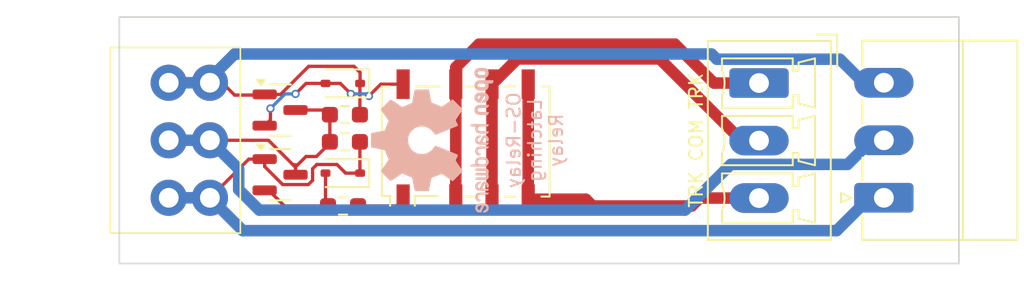
<source format=kicad_pcb>
(kicad_pcb (version 20240108) (generator "pcbnew") (generator_version "8.0")
  (layers (0 "F.Cu" signal) (31 "B.Cu" signal) (34 "B.Paste" user) (35 "F.Paste" user) (36 "B.SilkS" user "B.Silkscreen") (37 "F.SilkS" user "F.Silkscreen") (38 "B.Mask" user) (39 "F.Mask" user) (44 "Edge.Cuts" user))
  (net 0 "")
  (net 1 "/relay2/coilB")
  (net 2 "Net-(D3-A)")
  (net 3 "Net-(D4-A)")
  (net 4 "/relay2/coilA")
  (net 5 "/relay2/common")
  (net 6 "/relay2/DCC_A")
  (net 7 "/relay2/DCC_B")
  (net 8 "Net-(J6-Pin_2)")
  (net 9 "Net-(K2-Pad1)")
  (footprint "Diode_SMD:D_SOD-323" (layer "F.Cu") (at 95.074 90.039 180)
    (property "Reference" "D3" (hide yes))
    (property "Value" "1N4148WS")
    (fp_line (start -1.61 0.85) (end 1.05 0.85) (stroke (width 0.12)) (layer "F.SilkS"))
    (fp_line (start -1.61 -0.85) (end 1.05 -0.85) (stroke (width 0.12)) (layer "F.SilkS"))
    (fp_line (start -1.61 -0.85) (end -1.61 0.85) (stroke (width 0.12)) (layer "F.SilkS"))
    (pad "1" smd roundrect (at -1.05 0 180) (size 0.6 0.45) (layers "F.Cu" "F.Paste" "F.Mask") (net 1 "/relay2/coilB"))
    (pad "2" smd roundrect (at 1.05 0 180) (size 0.6 0.45) (layers "F.Cu" "F.Paste" "F.Mask") (net 2 "Net-(D3-A)"))
  )
  (footprint "Package_TO_SOT_SMD:SOT-23" (layer "F.Cu") (at 91.264 91.66)
    (property "Reference" "Q3" (hide yes))
    (property "Value" "NPN_TOR")
    (fp_line (start 0 -1.56) (end -0.65 -1.56) (stroke (width 0.12)) (layer "F.SilkS"))
    (fp_line (start 0 -1.56) (end 0.65 -1.56) (stroke (width 0.12)) (layer "F.SilkS"))
    (fp_line (start 0 1.56) (end -0.65 1.56) (stroke (width 0.12)) (layer "F.SilkS"))
    (fp_line (start 0 1.56) (end 0.65 1.56) (stroke (width 0.12)) (layer "F.SilkS"))
    (fp_poly (pts (xy -1.1625 -1.51) (xy -1.4025 -1.84) (xy -0.9225 -1.84) (xy -1.1625 -1.51)) (stroke (width 0.12)) (fill solid) (layer "F.SilkS"))
    (pad "1" smd roundrect (at -0.9375 -0.95) (size 1.475 0.6) (layers "F.Cu" "F.Paste" "F.Mask") (net 1 "/relay2/coilB"))
    (pad "2" smd roundrect (at -0.9375 0.95) (size 1.475 0.6) (layers "F.Cu" "F.Paste" "F.Mask") (net 2 "Net-(D3-A)"))
    (pad "3" smd roundrect (at 0.9375 0) (size 1.475 0.6) (layers "F.Cu" "F.Paste" "F.Mask") (net 5 "/relay2/common"))
  )
  (footprint "Connector_Phoenix_MC:PhoenixContact_MCV_1,5_3-G-3.5_1x03_P3.50mm_Vertical" (layer "F.Cu") (at 120.3575 90.0175 -90)
    (property "Reference" "J6" (hide yes))
    (property "Value" "Screw_Terminal_01x03")
    (fp_line (start -2.56 3.11) (end 9.56 3.11) (stroke (width 0.12)) (layer "F.SilkS"))
    (fp_line (start 9.56 3.11) (end 9.56 -4.36) (stroke (width 0.12)) (layer "F.SilkS"))
    (fp_line (start -1.5 2.25) (end -1.5 -2.05) (stroke (width 0.12)) (layer "F.SilkS"))
    (fp_line (start -0.75 2.25) (end -1.5 2.25) (stroke (width 0.12)) (layer "F.SilkS"))
    (fp_line (start 1.5 2.25) (end 0.75 2.25) (stroke (width 0.12)) (layer "F.SilkS"))
    (fp_line (start 2 2.25) (end 2 -2.05) (stroke (width 0.12)) (layer "F.SilkS"))
    (fp_line (start 2.75 2.25) (end 2 2.25) (stroke (width 0.12)) (layer "F.SilkS"))
    (fp_line (start 5 2.25) (end 4.25 2.25) (stroke (width 0.12)) (layer "F.SilkS"))
    (fp_line (start 5.5 2.25) (end 5.5 -2.05) (stroke (width 0.12)) (layer "F.SilkS"))
    (fp_line (start 6.25 2.25) (end 5.5 2.25) (stroke (width 0.12)) (layer "F.SilkS"))
    (fp_line (start 8.5 2.25) (end 7.75 2.25) (stroke (width 0.12)) (layer "F.SilkS"))
    (fp_line (start -1.5 -2.05) (end -0.75 -2.05) (stroke (width 0.12)) (layer "F.SilkS"))
    (fp_line (start -0.75 -2.05) (end -0.75 -2.4) (stroke (width 0.12)) (layer "F.SilkS"))
    (fp_line (start 0.75 -2.05) (end 1.5 -2.05) (stroke (width 0.12)) (layer "F.SilkS"))
    (fp_line (start 1.5 -2.05) (end 1.5 2.25) (stroke (width 0.12)) (layer "F.SilkS"))
    (fp_line (start 2 -2.05) (end 2.75 -2.05) (stroke (width 0.12)) (layer "F.SilkS"))
    (fp_line (start 2.75 -2.05) (end 2.75 -2.4) (stroke (width 0.12)) (layer "F.SilkS"))
    (fp_line (start 4.25 -2.05) (end 5 -2.05) (stroke (width 0.12)) (layer "F.SilkS"))
    (fp_line (start 5 -2.05) (end 5 2.25) (stroke (width 0.12)) (layer "F.SilkS"))
    (fp_line (start 5.5 -2.05) (end 6.25 -2.05) (stroke (width 0.12)) (layer "F.SilkS"))
    (fp_line (start 6.25 -2.05) (end 6.25 -2.4) (stroke (width 0.12)) (layer "F.SilkS"))
    (fp_line (start 7.75 -2.05) (end 8.5 -2.05) (stroke (width 0.12)) (layer "F.SilkS"))
    (fp_line (start 8.5 -2.05) (end 8.5 2.25) (stroke (width 0.12)) (layer "F.SilkS"))
    (fp_line (start -1.25 -2.4) (end -1.5 -3.4) (stroke (width 0.12)) (layer "F.SilkS"))
    (fp_line (start -0.75 -2.4) (end -1.25 -2.4) (stroke (width 0.12)) (layer "F.SilkS"))
    (fp_line (start 0.75 -2.4) (end 0.75 -2.05) (stroke (width 0.12)) (layer "F.SilkS"))
    (fp_line (start 1.25 -2.4) (end 0.75 -2.4) (stroke (width 0.12)) (layer "F.SilkS"))
    (fp_line (start 2.25 -2.4) (end 2 -3.4) (stroke (width 0.12)) (layer "F.SilkS"))
    (fp_line (start 2.75 -2.4) (end 2.25 -2.4) (stroke (width 0.12)) (layer "F.SilkS"))
    (fp_line (start 4.25 -2.4) (end 4.25 -2.05) (stroke (width 0.12)) (layer "F.SilkS"))
    (fp_line (start 4.75 -2.4) (end 4.25 -2.4) (stroke (width 0.12)) (layer "F.SilkS"))
    (fp_line (start 5.75 -2.4) (end 5.5 -3.4) (stroke (width 0.12)) (layer "F.SilkS"))
    (fp_line (start 6.25 -2.4) (end 5.75 -2.4) (stroke (width 0.12)) (layer "F.SilkS"))
    (fp_line (start 7.75 -2.4) (end 7.75 -2.05) (stroke (width 0.12)) (layer "F.SilkS"))
    (fp_line (start 8.25 -2.4) (end 7.75 -2.4) (stroke (width 0.12)) (layer "F.SilkS"))
    (fp_line (start -1.5 -3.4) (end 1.5 -3.4) (stroke (width 0.12)) (layer "F.SilkS"))
    (fp_line (start 1.5 -3.4) (end 1.25 -2.4) (stroke (width 0.12)) (layer "F.SilkS"))
    (fp_line (start 2 -3.4) (end 5 -3.4) (stroke (width 0.12)) (layer "F.SilkS"))
    (fp_line (start 5 -3.4) (end 4.75 -2.4) (stroke (width 0.12)) (layer "F.SilkS"))
    (fp_line (start 5.5 -3.4) (end 8.5 -3.4) (stroke (width 0.12)) (layer "F.SilkS"))
    (fp_line (start 8.5 -3.4) (end 8.25 -2.4) (stroke (width 0.12)) (layer "F.SilkS"))
    (fp_line (start -2.95 -3.5) (end -2.95 -4.75) (stroke (width 0.12)) (layer "F.SilkS"))
    (fp_line (start -2.56 -4.36) (end -2.56 3.11) (stroke (width 0.12)) (layer "F.SilkS"))
    (fp_line (start 9.56 -4.36) (end -2.56 -4.36) (stroke (width 0.12)) (layer "F.SilkS"))
    (fp_line (start -2.95 -4.75) (end -0.95 -4.75) (stroke (width 0.12)) (layer "F.SilkS"))
    (fp_arc (start -0.75 2.25) (mid -0.000193 2.09191) (end 0.749647 2.249844) (stroke (width 0.12)) (layer "F.SilkS"))
    (fp_arc (start 2.75 2.25) (mid 3.499807 2.09191) (end 4.249647 2.249844) (stroke (width 0.12)) (layer "F.SilkS"))
    (fp_arc (start 6.25 2.25) (mid 6.999807 2.09191) (end 7.749647 2.249844) (stroke (width 0.12)) (layer "F.SilkS"))
    (pad "1" thru_hole roundrect (at 0 0 270) (size 1.8 3.6) (drill 1.2) (layers "*.Cu" "*.Mask") (roundrect_rratio 0.138889) (net 6 "/relay2/DCC_A"))
    (pad "2" thru_hole oval (at 3.5 0 270) (size 1.8 3.6) (drill 1.2) (layers "*.Cu" "*.Mask") (net 8 "Net-(J6-Pin_2)"))
    (pad "3" thru_hole oval (at 7 0 270) (size 1.8 3.6) (drill 1.2) (layers "*.Cu" "*.Mask") (net 7 "/relay2/DCC_B"))
  )
  (footprint "Diode_SMD:D_SOD-323" (layer "F.Cu") (at 95.074 95.5 180)
    (property "Reference" "D4" (hide yes))
    (property "Value" "1N4148WS")
    (fp_line (start -1.61 0.85) (end 1.05 0.85) (stroke (width 0.12)) (layer "F.SilkS"))
    (fp_line (start -1.61 -0.85) (end 1.05 -0.85) (stroke (width 0.12)) (layer "F.SilkS"))
    (fp_line (start -1.61 -0.85) (end -1.61 0.85) (stroke (width 0.12)) (layer "F.SilkS"))
    (pad "1" smd roundrect (at -1.05 0 180) (size 0.6 0.45) (layers "F.Cu" "F.Paste" "F.Mask") (net 4 "/relay2/coilA"))
    (pad "2" smd roundrect (at 1.05 0 180) (size 0.6 0.45) (layers "F.Cu" "F.Paste" "F.Mask") (net 3 "Net-(D4-A)"))
  )
  (footprint "custom_kicad_lib_sk:R_0603_smalltext" (layer "F.Cu") (at 95.0875 97.5)
    (property "Reference" "R10" (hide yes))
    (property "Value" "680R")
    (fp_line (start -0.254724 -0.5225) (end 0.254724 -0.5225) (stroke (width 0.12)) (layer "F.SilkS"))
    (fp_line (start -0.254724 0.5225) (end 0.254724 0.5225) (stroke (width 0.12)) (layer "F.SilkS"))
    (pad "1" smd roundrect (at -0.9125 0) (size 0.975 0.95) (layers "F.Cu" "F.Paste" "F.Mask") (net 3 "Net-(D4-A)"))
    (pad "2" smd roundrect (at 0.9125 0) (size 0.975 0.95) (layers "F.Cu" "F.Paste" "F.Mask") (net 9 "Net-(K2-Pad1)"))
  )
  (footprint "Connector_Phoenix_MC:PhoenixContact_MC_1,5_3-G-3.5_1x03_P3.50mm_Horizontal" (layer "F.Cu") (at 127.943 97 90)
    (property "Reference" "J4" (hide yes))
    (property "Value" "Screw_Terminal_01x03" (hide yes))
    (fp_line (start 0.3 -2.6) (end 0 -2) (stroke (width 0.12)) (layer "F.SilkS"))
    (fp_line (start -0.3 -2.6) (end 0.3 -2.6) (stroke (width 0.12)) (layer "F.SilkS"))
    (fp_line (start 0 -2) (end -0.3 -2.6) (stroke (width 0.12)) (layer "F.SilkS"))
    (fp_line (start 9.56 -1.31) (end 8.05 -1.31) (stroke (width 0.12)) (layer "F.SilkS"))
    (fp_line (start 4.55 -1.31) (end 5.95 -1.31) (stroke (width 0.12)) (layer "F.SilkS"))
    (fp_line (start 1.05 -1.31) (end 2.45 -1.31) (stroke (width 0.12)) (layer "F.SilkS"))
    (fp_line (start -2.56 -1.31) (end -1.05 -1.31) (stroke (width 0.12)) (layer "F.SilkS"))
    (fp_line (start -2.56 -1.31) (end -2.56 8.11) (stroke (width 0.12)) (layer "F.SilkS"))
    (fp_line (start -2.56 4.8) (end 9.56 4.8) (stroke (width 0.12)) (layer "F.SilkS"))
    (fp_line (start 9.56 8.11) (end 9.56 -1.31) (stroke (width 0.12)) (layer "F.SilkS"))
    (fp_line (start -2.56 8.11) (end 9.56 8.11) (stroke (width 0.12)) (layer "F.SilkS"))
    (pad "1" thru_hole roundrect (at 0 0 90) (size 1.8 3.6) (drill 1.2) (layers "*.Cu" "*.Mask") (roundrect_rratio 0.138889) (net 4 "/relay2/coilA"))
    (pad "2" thru_hole oval (at 3.5 0 90) (size 1.8 3.6) (drill 1.2) (layers "*.Cu" "*.Mask") (net 5 "/relay2/common"))
    (pad "3" thru_hole oval (at 7 0 90) (size 1.8 3.6) (drill 1.2) (layers "*.Cu" "*.Mask") (net 1 "/relay2/coilB"))
  )
  (footprint "custom_kicad_lib_sk:R_0603_smalltext" (layer "F.Cu") (at 95.201 91.944)
    (property "Reference" "R3" (hide yes))
    (property "Value" "22k")
    (fp_line (start -0.254724 -0.5225) (end 0.254724 -0.5225) (stroke (width 0.12)) (layer "F.SilkS"))
    (fp_line (start -0.254724 0.5225) (end 0.254724 0.5225) (stroke (width 0.12)) (layer "F.SilkS"))
    (pad "1" smd roundrect (at -0.9125 0) (size 0.975 0.95) (layers "F.Cu" "F.Paste" "F.Mask") (net 5 "/relay2/common"))
    (pad "2" smd roundrect (at 0.9125 0) (size 0.975 0.95) (layers "F.Cu" "F.Paste" "F.Mask") (net 1 "/relay2/coilB"))
  )
  (footprint "Relay_SMD:Relay_DPDT_Omron_G6K-2F-Y" (layer "F.Cu") (at 102.5375 93.587 90)
    (property "Reference" "K2" (hide yes))
    (property "Value" "G6KU-2")
    (fp_line (start 3.36 -5.1) (end 3.36 -4.6) (stroke (width 0.12)) (layer "F.SilkS"))
    (fp_line (start -3.3 -5.09) (end 3.36 -5.1) (stroke (width 0.12)) (layer "F.SilkS"))
    (fp_line (start -3.3 -5.09) (end -3.3 -4.59) (stroke (width 0.12)) (layer "F.SilkS"))
    (fp_line (start -3.3 -4.59) (end -3.9 -4.59) (stroke (width 0.12)) (layer "F.SilkS"))
    (fp_line (start -3.3 -3.09) (end -3.9 -3.09) (stroke (width 0.12)) (layer "F.SilkS"))
    (fp_line (start 3.36 -3) (end 3.36 -1.6) (stroke (width 0.12)) (layer "F.SilkS"))
    (fp_line (start -3.3 -1.69) (end -3.3 -3.09) (stroke (width 0.12)) (layer "F.SilkS"))
    (fp_line (start 3.36 0) (end 3.36 0.8) (stroke (width 0.12)) (layer "F.SilkS"))
    (fp_line (start -3.34 0.8) (end -3.34 0) (stroke (width 0.12)) (layer "F.SilkS"))
    (fp_line (start 3.36 2.4) (end 3.36 3) (stroke (width 0.12)) (layer "F.SilkS"))
    (fp_line (start -3.34 3) (end -3.34 2.4) (stroke (width 0.12)) (layer "F.SilkS"))
    (fp_line (start 3.36 4.6) (end 3.36 5.1) (stroke (width 0.12)) (layer "F.SilkS"))
    (fp_line (start 3.36 5.1) (end -3.34 5.1) (stroke (width 0.12)) (layer "F.SilkS"))
    (fp_line (start -3.34 5.1) (end -3.34 4.6) (stroke (width 0.12)) (layer "F.SilkS"))
    (pad "1" smd rect (at -3.5 -3.8 90) (size 1.8 0.8) (layers "F.Cu" "F.Paste" "F.Mask") (net 9 "Net-(K2-Pad1)"))
    (pad "2" smd rect (at -3.5 -0.6 90) (size 1.8 0.8) (layers "F.Cu" "F.Paste" "F.Mask") (net 6 "/relay2/DCC_A"))
    (pad "3" smd rect (at -3.5 1.6 90) (size 1.8 0.8) (layers "F.Cu" "F.Paste" "F.Mask") (net 8 "Net-(J6-Pin_2)"))
    (pad "4" smd rect (at -3.5 3.8 90) (size 1.8 0.8) (layers "F.Cu" "F.Paste" "F.Mask") (net 7 "/relay2/DCC_B"))
    (pad "5" smd rect (at 3.5 3.8 90) (size 1.8 0.8) (layers "F.Cu" "F.Paste" "F.Mask") (net 7 "/relay2/DCC_B"))
    (pad "6" smd rect (at 3.5 1.6 90) (size 1.8 0.8) (layers "F.Cu" "F.Paste" "F.Mask") (net 8 "Net-(J6-Pin_2)"))
    (pad "7" smd rect (at 3.5 -0.6 90) (size 1.8 0.8) (layers "F.Cu" "F.Paste" "F.Mask") (net 6 "/relay2/DCC_A"))
    (pad "8" smd rect (at 3.5 -3.8 90) (size 1.8 0.8) (layers "F.Cu" "F.Paste" "F.Mask") (net 2 "Net-(D3-A)"))
  )
  (footprint "MountingHole:MountingHole_3.2mm_M3" (layer "F.Cu") (at 112.5 93.5)
    (property "Reference" "REF**" (hide yes))
    (property "Value" "MountingHole_3.2mm_M3")
    (pad "" np_thru_hole circle (at 0 0) (size 3.2 3.2) (drill 3.2) (layers "*.Cu" "*.Mask"))
  )
  (footprint "Package_TO_SOT_SMD:SOT-23" (layer "F.Cu") (at 91.264 95.597)
    (property "Reference" "Q4" (hide yes))
    (property "Value" "NPN_TOR")
    (fp_line (start 0 -1.56) (end -0.65 -1.56) (stroke (width 0.12)) (layer "F.SilkS"))
    (fp_line (start 0 -1.56) (end 0.65 -1.56) (stroke (width 0.12)) (layer "F.SilkS"))
    (fp_line (start 0 1.56) (end -0.65 1.56) (stroke (width 0.12)) (layer "F.SilkS"))
    (fp_line (start 0 1.56) (end 0.65 1.56) (stroke (width 0.12)) (layer "F.SilkS"))
    (fp_poly (pts (xy -1.1625 -1.51) (xy -1.4025 -1.84) (xy -0.9225 -1.84) (xy -1.1625 -1.51)) (stroke (width 0.12)) (fill solid) (layer "F.SilkS"))
    (pad "1" smd roundrect (at -0.9375 -0.95) (size 1.475 0.6) (layers "F.Cu" "F.Paste" "F.Mask") (net 4 "/relay2/coilA"))
    (pad "2" smd roundrect (at -0.9375 0.95) (size 1.475 0.6) (layers "F.Cu" "F.Paste" "F.Mask") (net 3 "Net-(D4-A)"))
    (pad "3" smd roundrect (at 0.9375 0) (size 1.475 0.6) (layers "F.Cu" "F.Paste" "F.Mask") (net 5 "/relay2/common"))
  )
  (footprint "custom_kicad_lib_sk:connector_3.50mm_3P horizontal_MALE" (layer "F.Cu") (at 87 93.5 -90)
    (property "Reference" "J1" (hide yes))
    (property "Value" "Screw_Terminal_01x03" (hide yes))
    (fp_line (start 5.65 6.05) (end -5.65 6.05) (stroke (width 0.1)) (layer "F.SilkS"))
    (fp_line (start -5.65 -1.85) (end -5.65 6.05) (stroke (width 0.1)) (layer "F.SilkS"))
    (fp_line (start -5.65 -1.85) (end 5.65 -1.85) (stroke (width 0.1)) (layer "F.SilkS"))
    (fp_line (start 5.65 -1.85) (end 5.65 6.05) (stroke (width 0.1)) (layer "F.SilkS"))
    (pad "1" thru_hole circle (at 3.5 0 270) (size 2.2 2.2) (drill 1.2) (layers "*.Cu" "*.Mask") (net 4 "/relay2/coilA"))
    (pad "1" thru_hole circle (at 3.5 2.5 270) (size 2.2 2.2) (drill 1.2) (layers "*.Cu" "*.Mask") (net 4 "/relay2/coilA"))
    (pad "2" thru_hole circle (at 0 0 270) (size 2.2 2.2) (drill 1.2) (layers "*.Cu" "*.Mask") (net 5 "/relay2/common"))
    (pad "2" thru_hole circle (at 0 2.5 270) (size 2.2 2.2) (drill 1.2) (layers "*.Cu" "*.Mask") (net 5 "/relay2/common"))
    (pad "3" thru_hole circle (at -3.5 0 270) (size 2.2 2.2) (drill 1.2) (layers "*.Cu" "*.Mask") (net 1 "/relay2/coilB"))
    (pad "3" thru_hole circle (at -3.5 2.5 270) (size 2.2 2.2) (drill 1.2) (layers "*.Cu" "*.Mask") (net 1 "/relay2/coilB"))
  )
  (footprint "custom_kicad_lib_sk:R_0603_smalltext" (layer "F.Cu") (at 95.201 93.595)
    (property "Reference" "R4" (hide yes))
    (property "Value" "22k")
    (fp_line (start -0.254724 -0.5225) (end 0.254724 -0.5225) (stroke (width 0.12)) (layer "F.SilkS"))
    (fp_line (start -0.254724 0.5225) (end 0.254724 0.5225) (stroke (width 0.12)) (layer "F.SilkS"))
    (pad "1" smd roundrect (at -0.9125 0) (size 0.975 0.95) (layers "F.Cu" "F.Paste" "F.Mask") (net 5 "/relay2/common"))
    (pad "2" smd roundrect (at 0.9125 0) (size 0.975 0.95) (layers "F.Cu" "F.Paste" "F.Mask") (net 4 "/relay2/coilA"))
  )
  (footprint "Symbol:OSHW-Logo2_9.8x8mm_SilkScreen" (layer "B.Cu") (at 100.5 93.5 -90)
    (property "Reference" "REF**" (hide yes))
    (property "Value" "OSHW-Logo2_9.8x8mm_SilkScreen" (hide yes))
    (fp_poly (pts (xy 3.570807 -2.636782) (xy 3.594161 -2.646988) (xy 3.649902 -2.691134) (xy 3.697569 -2.754967) (xy 3.727048 -2.823087) (xy 3.731846 -2.85667) (xy 3.71576 -2.903556) (xy 3.680475 -2.928365) (xy 3.642644 -2.943387) (xy 3.625321 -2.946155) (xy 3.616886 -2.926066) (xy 3.60023 -2.882351) (xy 3.592923 -2.862598) (xy 3.551948 -2.794271) (xy 3.492622 -2.760191) (xy 3.416552 -2.761239) (xy 3.410918 -2.762581) (xy 3.370305 -2.781836) (xy 3.340448 -2.819375) (xy 3.320055 -2.879809) (xy 3.307836 -2.967751) (xy 3.3025 -3.087813) (xy 3.302 -3.151698) (xy 3.301752 -3.252403) (xy 3.300126 -3.321054) (xy 3.295801 -3.364673) (xy 3.287454 -3.390282) (xy 3.273765 -3.404903) (xy 3.253411 -3.415558) (xy 3.252234 -3.416095) (xy 3.213038 -3.432667) (xy 3.193619 -3.438769) (xy 3.190635 -3.420319) (xy 3.188081 -3.369323) (xy 3.18614 -3.292308) (xy 3.184997 -3.195805) (xy 3.184769 -3.125184) (xy 3.185932 -2.988525) (xy 3.190479 -2.884851) (xy 3.199999 -2.808108) (xy 3.216081 -2.752246) (xy 3.240313 -2.711212) (xy 3.274286 -2.678954) (xy 3.307833 -2.65644) (xy 3.388499 -2.626476) (xy 3.482381 -2.619718) (xy 3.570807 -2.636782)) (stroke (width 0.01)) (fill solid) (layer "B.SilkS"))
    (fp_poly (pts (xy -1.728336 -2.595089) (xy -1.665633 -2.631358) (xy -1.622039 -2.667358) (xy -1.590155 -2.705075) (xy -1.56819 -2.751199) (xy -1.554351 -2.812421) (xy -1.546847 -2.895431) (xy -1.543883 -3.006919) (xy -1.543539 -3.087062) (xy -1.543539 -3.382065) (xy -1.709615 -3.456515) (xy -1.719385 -3.133402) (xy -1.723421 -3.012729) (xy -1.727656 -2.925141) (xy -1.732903 -2.86465) (xy -1.739975 -2.825268) (xy -1.749689 -2.801007) (xy -1.762856 -2.78588) (xy -1.767081 -2.782606) (xy -1.831091 -2.757034) (xy -1.895792 -2.767153) (xy -1.934308 -2.794) (xy -1.949975 -2.813024) (xy -1.96082 -2.837988) (xy -1.967712 -2.875834) (xy -1.971521 -2.933502) (xy -1.973117 -3.017935) (xy -1.973385 -3.105928) (xy -1.973437 -3.216323) (xy -1.975328 -3.294463) (xy -1.981655 -3.347165) (xy -1.995017 -3.381242) (xy -2.018015 -3.403511) (xy -2.053246 -3.420787) (xy -2.100303 -3.438738) (xy -2.151697 -3.458278) (xy -2.145579 -3.111485) (xy -2.143116 -2.986468) (xy -2.140233 -2.894082) (xy -2.136102 -2.827881) (xy -2.129893 -2.78142) (xy -2.120774 -2.748256) (xy -2.107917 -2.721944) (xy -2.092416 -2.698729) (xy -2.017629 -2.624569) (xy -1.926372 -2.581684) (xy -1.827117 -2.571412) (xy -1.728336 -2.595089)) (stroke (width 0.01)) (fill solid) (layer "B.SilkS"))
    (fp_poly (pts (xy 0.713362 -2.62467) (xy 0.802117 -2.657421) (xy 0.874022 -2.71535) (xy 0.902144 -2.756128) (xy 0.932802 -2.830954) (xy 0.932165 -2.885058) (xy 0.899987 -2.921446) (xy 0.888081 -2.927633) (xy 0.836675 -2.946925) (xy 0.810422 -2.941982) (xy 0.80153 -2.909587) (xy 0.801077 -2.891692) (xy 0.784797 -2.825859) (xy 0.742365 -2.779807) (xy 0.683388 -2.757564) (xy 0.617475 -2.763161) (xy 0.563895 -2.792229) (xy 0.545798 -2.80881) (xy 0.532971 -2.828925) (xy 0.524306 -2.859332) (xy 0.518696 -2.906788) (xy 0.515035 -2.97805) (xy 0.512215 -3.079875) (xy 0.511484 -3.112115) (xy 0.50882 -3.22241) (xy 0.505792 -3.300036) (xy 0.50125 -3.351396) (xy 0.494046 -3.38289) (xy 0.483033 -3.40092) (xy 0.46706 -3.411888) (xy 0.456834 -3.416733) (xy 0.413406 -3.433301) (xy 0.387842 -3.438769) (xy 0.379395 -3.420507) (xy 0.374239 -3.365296) (xy 0.372346 -3.272499) (xy 0.373689 -3.141478) (xy 0.374107 -3.121269) (xy 0.377058 -3.001733) (xy 0.380548 -2.914449) (xy 0.385514 -2.852591) (xy 0.392893 -2.809336) (xy 0.403624 -2.77786) (xy 0.418645 -2.751339) (xy 0.426502 -2.739975) (xy 0.471553 -2.689692) (xy 0.52194 -2.650581) (xy 0.528108 -2.647167) (xy 0.618458 -2.620212) (xy 0.713362 -2.62467)) (stroke (width 0.01)) (fill solid) (layer "B.SilkS"))
    (fp_poly (pts (xy -0.840154 -2.49212) (xy -0.834428 -2.57198) (xy -0.827851 -2.619039) (xy -0.818738 -2.639566) (xy -0.805402 -2.639829) (xy -0.801077 -2.637378) (xy -0.743556 -2.619636) (xy -0.668732 -2.620672) (xy -0.592661 -2.63891) (xy -0.545082 -2.662505) (xy -0.496298 -2.700198) (xy -0.460636 -2.742855) (xy -0.436155 -2.797057) (xy -0.420913 -2.869384) (xy -0.41297 -2.966419) (xy -0.410384 -3.094742) (xy -0.410338 -3.119358) (xy -0.410308 -3.39587) (xy -0.471839 -3.41732) (xy -0.515541 -3.431912) (xy -0.539518 -3.438706) (xy -0.540223 -3.438769) (xy -0.542585 -3.420345) (xy -0.544594 -3.369526) (xy -0.546099 -3.292993) (xy -0.546947 -3.19743) (xy -0.547077 -3.139329) (xy -0.547349 -3.024771) (xy -0.548748 -2.942667) (xy -0.552151 -2.886393) (xy -0.558433 -2.849326) (xy -0.568471 -2.824844) (xy -0.583139 -2.806325) (xy -0.592298 -2.797406) (xy -0.655211 -2.761466) (xy -0.723864 -2.758775) (xy -0.786152 -2.78917) (xy -0.797671 -2.800144) (xy -0.814567 -2.820779) (xy -0.826286 -2.845256) (xy -0.833767 -2.880647) (xy -0.837946 -2.934026) (xy -0.839763 -3.012466) (xy -0.840154 -3.120617) (xy -0.840154 -3.39587) (xy -0.901685 -3.41732) (xy -0.945387 -3.431912) (xy -0.969364 -3.438706) (xy -0.97007 -3.438769) (xy -0.971874 -3.420069) (xy -0.9735 -3.367322) (xy -0.974883 -3.285557) (xy -0.975958 -3.179805) (xy -0.97666 -3.055094) (xy -0.976923 -2.916455) (xy -0.976923 -2.381806) (xy -0.849923 -2.328236) (xy -0.840154 -2.49212)) (stroke (width 0.01)) (fill solid) (layer "B.SilkS"))
    (fp_poly (pts (xy 2.395929 -2.636662) (xy 2.398911 -2.688068) (xy 2.401247 -2.766192) (xy 2.402749 -2.864857) (xy 2.403231 -2.968343) (xy 2.403231 -3.318533) (xy 2.341401 -3.380363) (xy 2.298793 -3.418462) (xy 2.26139 -3.433895) (xy 2.21027 -3.432918) (xy 2.189978 -3.430433) (xy 2.126554 -3.4232) (xy 2.074095 -3.419055) (xy 2.061308 -3.418672) (xy 2.018199 -3.421176) (xy 1.956544 -3.427462) (xy 1.932638 -3.430433) (xy 1.873922 -3.435028) (xy 1.834464 -3.425046) (xy 1.795338 -3.394228) (xy 1.781215 -3.380363) (xy 1.719385 -3.318533) (xy 1.719385 -2.663503) (xy 1.76915 -2.640829) (xy 1.812002 -2.624034) (xy 1.837073 -2.618154) (xy 1.843501 -2.636736) (xy 1.849509 -2.688655) (xy 1.854697 -2.768172) (xy 1.858664 -2.869546) (xy 1.860577 -2.955192) (xy 1.865923 -3.292231) (xy 1.91256 -3.298825) (xy 1.954976 -3.294214) (xy 1.97576 -3.279287) (xy 1.98157 -3.251377) (xy 1.98653 -3.191925) (xy 1.990246 -3.108466) (xy 1.992324 -3.008532) (xy 1.992624 -2.957104) (xy 1.992923 -2.661054) (xy 2.054454 -2.639604) (xy 2.098004 -2.62502) (xy 2.121694 -2.618219) (xy 2.122377 -2.618154) (xy 2.124754 -2.636642) (xy 2.127366 -2.687906) (xy 2.129995 -2.765649) (xy 2.132421 -2.863574) (xy 2.134115 -2.955192) (xy 2.139461 -3.292231) (xy 2.256692 -3.292231) (xy 2.262072 -2.984746) (xy 2.267451 -2.677261) (xy 2.324601 -2.647707) (xy 2.366797 -2.627413) (xy 2.39177 -2.618204) (xy 2.392491 -2.618154) (xy 2.395929 -2.636662)) (stroke (width 0.01)) (fill solid) (layer "B.SilkS"))
    (fp_poly (pts (xy -3.983114 -2.587256) (xy -3.891536 -2.635409) (xy -3.823951 -2.712905) (xy -3.799943 -2.762727) (xy -3.781262 -2.837533) (xy -3.771699 -2.932052) (xy -3.770792 -3.03521) (xy -3.778079 -3.135935) (xy -3.793097 -3.223153) (xy -3.815385 -3.285791) (xy -3.822235 -3.296579) (xy -3.903368 -3.377105) (xy -3.999734 -3.425336) (xy -4.104299 -3.43945) (xy -4.210032 -3.417629) (xy -4.239457 -3.404547) (xy -4.296759 -3.364231) (xy -4.34705 -3.310775) (xy -4.351803 -3.303995) (xy -4.371122 -3.271321) (xy -4.383892 -3.236394) (xy -4.391436 -3.190414) (xy -4.395076 -3.124584) (xy -4.396135 -3.030105) (xy -4.396154 -3.008923) (xy -4.396106 -3.002182) (xy -4.200769 -3.002182) (xy -4.199632 -3.091349) (xy -4.195159 -3.15052) (xy -4.185754 -3.188741) (xy -4.169824 -3.215053) (xy -4.161692 -3.223846) (xy -4.114942 -3.257261) (xy -4.069553 -3.255737) (xy -4.02366 -3.226752) (xy -3.996288 -3.195809) (xy -3.980077 -3.150643) (xy -3.970974 -3.07942) (xy -3.970349 -3.071114) (xy -3.968796 -2.942037) (xy -3.985035 -2.846172) (xy -4.018848 -2.784107) (xy -4.070016 -2.756432) (xy -4.08828 -2.754923) (xy -4.13624 -2.762513) (xy -4.169047 -2.788808) (xy -4.189105 -2.839095) (xy -4.198822 -2.918664) (xy -4.200769 -3.002182) (xy -4.396106 -3.002182) (xy -4.395426 -2.908249) (xy -4.392371 -2.837906) (xy -4.385678 -2.789163) (xy -4.37404 -2.753288) (xy -4.356147 -2.721548) (xy -4.352192 -2.715648) (xy -4.285733 -2.636104) (xy -4.213315 -2.589929) (xy -4.125151 -2.571599) (xy -4.095213 -2.570703) (xy -3.983114 -2.587256)) (stroke (width 0.01)) (fill solid) (layer "B.SilkS"))
    (fp_poly (pts (xy 4.245224 -2.647838) (xy 4.322528 -2.698361) (xy 4.359814 -2.74359) (xy 4.389353 -2.825663) (xy 4.391699 -2.890607) (xy 4.386385 -2.977445) (xy 4.186115 -3.065103) (xy 4.088739 -3.109887) (xy 4.025113 -3.145913) (xy 3.992029 -3.177117) (xy 3.98628 -3.207436) (xy 4.004658 -3.240805) (xy 4.024923 -3.262923) (xy 4.083889 -3.298393) (xy 4.148024 -3.300879) (xy 4.206926 -3.273235) (xy 4.250197 -3.21832) (xy 4.257936 -3.198928) (xy 4.295006 -3.138364) (xy 4.337654 -3.112552) (xy 4.396154 -3.090471) (xy 4.396154 -3.174184) (xy 4.390982 -3.23115) (xy 4.370723 -3.279189) (xy 4.328262 -3.334346) (xy 4.321951 -3.341514) (xy 4.27472 -3.390585) (xy 4.234121 -3.41692) (xy 4.183328 -3.429035) (xy 4.14122 -3.433003) (xy 4.065902 -3.433991) (xy 4.012286 -3.421466) (xy 3.978838 -3.402869) (xy 3.926268 -3.361975) (xy 3.889879 -3.317748) (xy 3.86685 -3.262126) (xy 3.854359 -3.187047) (xy 3.849587 -3.084449) (xy 3.849206 -3.032376) (xy 3.850501 -2.969948) (xy 3.968471 -2.969948) (xy 3.969839 -3.003438) (xy 3.973249 -3.008923) (xy 3.995753 -3.001472) (xy 4.044182 -2.981753) (xy 4.108908 -2.953718) (xy 4.122443 -2.947692) (xy 4.204244 -2.906096) (xy 4.249312 -2.869538) (xy 4.259217 -2.835296) (xy 4.235526 -2.800648) (xy 4.21596 -2.785339) (xy 4.14536 -2.754721) (xy 4.07928 -2.75978) (xy 4.023959 -2.797151) (xy 3.985636 -2.863473) (xy 3.973349 -2.916116) (xy 3.968471 -2.969948) (xy 3.850501 -2.969948) (xy 3.85173 -2.91072) (xy 3.861032 -2.82071) (xy 3.87946 -2.755167) (xy 3.90936 -2.706912) (xy 3.95308 -2.668767) (xy 3.972141 -2.65644) (xy 4.058726 -2.624336) (xy 4.153522 -2.622316) (xy 4.245224 -2.647838)) (stroke (width 0.01)) (fill solid) (layer "B.SilkS"))
    (fp_poly (pts (xy 1.602081 -2.780289) (xy 1.601833 -2.92632) (xy 1.600872 -3.038655) (xy 1.598794 -3.122678) (xy 1.595193 -3.183769) (xy 1.589665 -3.227309) (xy 1.581804 -3.258679) (xy 1.571207 -3.283262) (xy 1.563182 -3.297294) (xy 1.496728 -3.373388) (xy 1.41247 -3.421084) (xy 1.319249 -3.438199) (xy 1.2259 -3.422546) (xy 1.170312 -3.394418) (xy 1.111957 -3.34576) (xy 1.072186 -3.286333) (xy 1.04819 -3.208507) (xy 1.037161 -3.104652) (xy 1.035599 -3.028462) (xy 1.035809 -3.022986) (xy 1.172308 -3.022986) (xy 1.173141 -3.110355) (xy 1.176961 -3.168192) (xy 1.185746 -3.206029) (xy 1.201474 -3.233398) (xy 1.220266 -3.254042) (xy 1.283375 -3.29389) (xy 1.351137 -3.297295) (xy 1.415179 -3.264025) (xy 1.420164 -3.259517) (xy 1.441439 -3.236067) (xy 1.454779 -3.208166) (xy 1.462001 -3.166641) (xy 1.464923 -3.102316) (xy 1.465385 -3.0312) (xy 1.464383 -2.941858) (xy 1.460238 -2.882258) (xy 1.451236 -2.843089) (xy 1.435667 -2.81504) (xy 1.422902 -2.800144) (xy 1.3636 -2.762575) (xy 1.295301 -2.758057) (xy 1.23011 -2.786753) (xy 1.217528 -2.797406) (xy 1.196111 -2.821063) (xy 1.182744 -2.849251) (xy 1.175566 -2.891245) (xy 1.172719 -2.956319) (xy 1.172308 -3.022986) (xy 1.035809 -3.022986) (xy 1.040322 -2.905765) (xy 1.056362 -2.813577) (xy 1.086528 -2.744269) (xy 1.133629 -2.690211) (xy 1.170312 -2.662505) (xy 1.23699 -2.632572) (xy 1.314272 -2.618678) (xy 1.38611 -2.622397) (xy 1.426308 -2.6374) (xy 1.442082 -2.64167) (xy 1.45255 -2.62575) (xy 1.459856 -2.583089) (xy 1.465385 -2.518106) (xy 1.471437 -2.445732) (xy 1.479844 -2.402187) (xy 1.495141 -2.377287) (xy 1.521864 -2.360845) (xy 1.538654 -2.353564) (xy 1.602154 -2.326963) (xy 1.602081 -2.780289)) (stroke (width 0.01)) (fill solid) (layer "B.SilkS"))
    (fp_poly (pts (xy -2.465746 -2.599745) (xy -2.388714 -2.651567) (xy -2.329184 -2.726412) (xy -2.293622 -2.821654) (xy -2.286429 -2.891756) (xy -2.287246 -2.921009) (xy -2.294086 -2.943407) (xy -2.312888 -2.963474) (xy -2.349592 -2.985733) (xy -2.410138 -3.014709) (xy -2.500466 -3.054927) (xy -2.500923 -3.055129) (xy -2.584067 -3.09321) (xy -2.652247 -3.127025) (xy -2.698495 -3.152933) (xy -2.715842 -3.167295) (xy -2.715846 -3.167411) (xy -2.700557 -3.198685) (xy -2.664804 -3.233157) (xy -2.623758 -3.25799) (xy -2.602963 -3.262923) (xy -2.54623 -3.245862) (xy -2.497373 -3.203133) (xy -2.473535 -3.156155) (xy -2.450603 -3.121522) (xy -2.405682 -3.082081) (xy -2.352877 -3.048009) (xy -2.30629 -3.02948) (xy -2.296548 -3.028462) (xy -2.285582 -3.045215) (xy -2.284921 -3.088039) (xy -2.29298 -3.145781) (xy -2.308173 -3.207289) (xy -2.328914 -3.261409) (xy -2.329962 -3.26351) (xy -2.392379 -3.35066) (xy -2.473274 -3.409939) (xy -2.565144 -3.439034) (xy -2.660487 -3.435634) (xy -2.751802 -3.397428) (xy -2.755862 -3.394741) (xy -2.827694 -3.329642) (xy -2.874927 -3.244705) (xy -2.901066 -3.133021) (xy -2.904574 -3.101643) (xy -2.910787 -2.953536) (xy -2.903339 -2.884468) (xy -2.715846 -2.884468) (xy -2.71341 -2.927552) (xy -2.700086 -2.940126) (xy -2.666868 -2.930719) (xy -2.614506 -2.908483) (xy -2.555976 -2.88061) (xy -2.554521 -2.879872) (xy -2.504911 -2.853777) (xy -2.485 -2.836363) (xy -2.48991 -2.818107) (xy -2.510584 -2.79412) (xy -2.563181 -2.759406) (xy -2.619823 -2.756856) (xy -2.670631 -2.782119) (xy -2.705724 -2.830847) (xy -2.715846 -2.884468) (xy -2.903339 -2.884468) (xy -2.898008 -2.835036) (xy -2.865222 -2.741055) (xy -2.819579 -2.675215) (xy -2.737198 -2.608681) (xy -2.646454 -2.575676) (xy -2.553815 -2.573573) (xy -2.465746 -2.599745)) (stroke (width 0.01)) (fill solid) (layer "B.SilkS"))
    (fp_poly (pts (xy 0.053501 -2.626303) (xy 0.13006 -2.654733) (xy 0.130936 -2.655279) (xy 0.178285 -2.690127) (xy 0.213241 -2.730852) (xy 0.237825 -2.783925) (xy 0.254062 -2.855814) (xy 0.263975 -2.952992) (xy 0.269586 -3.081928) (xy 0.270077 -3.100298) (xy 0.277141 -3.377287) (xy 0.217695 -3.408028) (xy 0.174681 -3.428802) (xy 0.14871 -3.438646) (xy 0.147509 -3.438769) (xy 0.143014 -3.420606) (xy 0.139444 -3.371612) (xy 0.137248 -3.300031) (xy 0.136769 -3.242068) (xy 0.136758 -3.14817) (xy 0.132466 -3.089203) (xy 0.117503 -3.061079) (xy 0.085482 -3.059706) (xy 0.030014 -3.080998) (xy -0.053731 -3.120136) (xy -0.115311 -3.152643) (xy -0.146983 -3.180845) (xy -0.156294 -3.211582) (xy -0.156308 -3.213104) (xy -0.140943 -3.266054) (xy -0.095453 -3.29466) (xy -0.025834 -3.298803) (xy 0.024313 -3.298084) (xy 0.050754 -3.312527) (xy 0.067243 -3.347218) (xy 0.076733 -3.391416) (xy 0.063057 -3.416493) (xy 0.057907 -3.420082) (xy 0.009425 -3.434496) (xy -0.058469 -3.436537) (xy -0.128388 -3.426983) (xy -0.177932 -3.409522) (xy -0.24643 -3.351364) (xy -0.285366 -3.270408) (xy -0.293077 -3.20716) (xy -0.287193 -3.150111) (xy -0.265899 -3.103542) (xy -0.223735 -3.062181) (xy -0.155241 -3.020755) (xy -0.054956 -2.973993) (xy -0.048846 -2.97135) (xy 0.04149 -2.929617) (xy 0.097235 -2.895391) (xy 0.121129 -2.864635) (xy 0.115913 -2.833311) (xy 0.084328 -2.797383) (xy 0.074883 -2.789116) (xy 0.011617 -2.757058) (xy -0.053936 -2.758407) (xy -0.111028 -2.789838) (xy -0.148907 -2.848024) (xy -0.152426 -2.859446) (xy -0.1867 -2.914837) (xy -0.230191 -2.941518) (xy -0.293077 -2.96796) (xy -0.293077 -2.899548) (xy -0.273948 -2.80011) (xy -0.217169 -2.708902) (xy -0.187622 -2.678389) (xy -0.120458 -2.639228) (xy -0.035044 -2.6215) (xy 0.053501 -2.626303)) (stroke (width 0.01)) (fill solid) (layer "B.SilkS"))
    (fp_poly (pts (xy -3.231114 -2.584505) (xy -3.156461 -2.621727) (xy -3.090569 -2.690261) (xy -3.072423 -2.715648) (xy -3.052655 -2.748866) (xy -3.039828 -2.784945) (xy -3.03249 -2.833098) (xy -3.029187 -2.902536) (xy -3.028462 -2.994206) (xy -3.031737 -3.11983) (xy -3.043123 -3.214154) (xy -3.064959 -3.284523) (xy -3.099581 -3.338286) (xy -3.14933 -3.382788) (xy -3.152986 -3.385423) (xy -3.202015 -3.412377) (xy -3.261055 -3.425712) (xy -3.336141 -3.429) (xy -3.458205 -3.429) (xy -3.458256 -3.547497) (xy -3.459392 -3.613492) (xy -3.466314 -3.652202) (xy -3.484402 -3.675419) (xy -3.519038 -3.694933) (xy -3.527355 -3.69892) (xy -3.56628 -3.717603) (xy -3.596417 -3.729403) (xy -3.618826 -3.730422) (xy -3.634567 -3.716761) (xy -3.644698 -3.684522) (xy -3.650277 -3.629804) (xy -3.652365 -3.548711) (xy -3.652019 -3.437344) (xy -3.6503 -3.291802) (xy -3.649763 -3.248269) (xy -3.647828 -3.098205) (xy -3.646096 -3.000042) (xy -3.458308 -3.000042) (xy -3.457252 -3.083364) (xy -3.452562 -3.13788) (xy -3.441949 -3.173837) (xy -3.423128 -3.201482) (xy -3.41035 -3.214965) (xy -3.35811 -3.254417) (xy -3.311858 -3.257628) (xy -3.264133 -3.225049) (xy -3.262923 -3.223846) (xy -3.243506 -3.198668) (xy -3.231693 -3.164447) (xy -3.225735 -3.111748) (xy -3.22388 -3.031131) (xy -3.223846 -3.013271) (xy -3.22833 -2.902175) (xy -3.242926 -2.825161) (xy -3.26935 -2.778147) (xy -3.309317 -2.75705) (xy -3.332416 -2.754923) (xy -3.387238 -2.7649) (xy -3.424842 -2.797752) (xy -3.447477 -2.857857) (xy -3.457394 -2.949598) (xy -3.458308 -3.000042) (xy -3.646096 -3.000042) (xy -3.645778 -2.98206) (xy -3.643127 -2.894679) (xy -3.639394 -2.830905) (xy -3.634093 -2.785582) (xy -3.626742 -2.753555) (xy -3.616857 -2.729668) (xy -3.603954 -2.708764) (xy -3.598421 -2.700898) (xy -3.525031 -2.626595) (xy -3.43224 -2.584467) (xy -3.324904 -2.572722) (xy -3.231114 -2.584505)) (stroke (width 0.01)) (fill solid) (layer "B.SilkS"))
    (fp_poly (pts (xy 2.887333 -2.633528) (xy 2.94359 -2.659117) (xy 2.987747 -2.690124) (xy 3.020101 -2.724795) (xy 3.042438 -2.76952) (xy 3.056546 -2.830692) (xy 3.064211 -2.914701) (xy 3.06722 -3.02794) (xy 3.067538 -3.102509) (xy 3.067538 -3.39342) (xy 3.017773 -3.416095) (xy 2.978576 -3.432667) (xy 2.959157 -3.438769) (xy 2.955442 -3.42061) (xy 2.952495 -3.371648) (xy 2.950691 -3.300153) (xy 2.950308 -3.243385) (xy 2.948661 -3.161371) (xy 2.944222 -3.096309) (xy 2.93774 -3.056467) (xy 2.93259 -3.048) (xy 2.897977 -3.056646) (xy 2.84364 -3.078823) (xy 2.780722 -3.108886) (xy 2.720368 -3.141192) (xy 2.673721 -3.170098) (xy 2.651926 -3.189961) (xy 2.651839 -3.190175) (xy 2.653714 -3.226935) (xy 2.670525 -3.262026) (xy 2.700039 -3.290528) (xy 2.743116 -3.300061) (xy 2.779932 -3.29895) (xy 2.832074 -3.298133) (xy 2.859444 -3.310349) (xy 2.875882 -3.342624) (xy 2.877955 -3.34871) (xy 2.885081 -3.394739) (xy 2.866024 -3.422687) (xy 2.816353 -3.436007) (xy 2.762697 -3.43847) (xy 2.666142 -3.42021) (xy 2.616159 -3.394131) (xy 2.554429 -3.332868) (xy 2.52169 -3.25767) (xy 2.518753 -3.178211) (xy 2.546424 -3.104167) (xy 2.588047 -3.057769) (xy 2.629604 -3.031793) (xy 2.694922 -2.998907) (xy 2.771038 -2.965557) (xy 2.783726 -2.960461) (xy 2.867333 -2.923565) (xy 2.91553 -2.891046) (xy 2.93103 -2.858718) (xy 2.91655 -2.822394) (xy 2.891692 -2.794) (xy 2.832939 -2.759039) (xy 2.768293 -2.756417) (xy 2.709008 -2.783358) (xy 2.666339 -2.837088) (xy 2.660739 -2.85095) (xy 2.628133 -2.901936) (xy 2.58053 -2.939787) (xy 2.520461 -2.97085) (xy 2.520461 -2.882768) (xy 2.523997 -2.828951) (xy 2.539156 -2.786534) (xy 2.572768 -2.741279) (xy 2.605035 -2.70642) (xy 2.655209 -2.657062) (xy 2.694193 -2.630547) (xy 2.736064 -2.619911) (xy 2.78346 -2.618154) (xy 2.887333 -2.633528)) (stroke (width 0.01)) (fill solid) (layer "B.SilkS"))
    (fp_poly (pts (xy 0.139878 3.712224) (xy 0.245612 3.711645) (xy 0.322132 3.710078) (xy 0.374372 3.707028) (xy 0.407263 3.702004) (xy 0.425737 3.694511) (xy 0.434727 3.684056) (xy 0.439163 3.670147) (xy 0.439594 3.668346) (xy 0.446333 3.635855) (xy 0.458808 3.571748) (xy 0.475719 3.482849) (xy 0.495771 3.375981) (xy 0.517664 3.257967) (xy 0.518429 3.253822) (xy 0.540359 3.138169) (xy 0.560877 3.035986) (xy 0.578659 2.953402) (xy 0.592381 2.896544) (xy 0.600718 2.871542) (xy 0.601116 2.871099) (xy 0.625677 2.85889) (xy 0.676315 2.838544) (xy 0.742095 2.814455) (xy 0.742461 2.814326) (xy 0.825317 2.783182) (xy 0.923 2.743509) (xy 1.015077 2.703619) (xy 1.019434 2.701647) (xy 1.169407 2.63358) (xy 1.501498 2.860361) (xy 1.603374 2.929496) (xy 1.695657 2.991303) (xy 1.773003 3.042267) (xy 1.830064 3.078873) (xy 1.861495 3.097606) (xy 1.864479 3.098996) (xy 1.887321 3.09281) (xy 1.929982 3.062965) (xy 1.994128 3.008053) (xy 2.081421 2.926666) (xy 2.170535 2.840078) (xy 2.256441 2.754753) (xy 2.333327 2.676892) (xy 2.396564 2.611303) (xy 2.441523 2.562795) (xy 2.463576 2.536175) (xy 2.464396 2.534805) (xy 2.466834 2.516537) (xy 2.45765 2.486705) (xy 2.434574 2.441279) (xy 2.395337 2.37623) (xy 2.33767 2.28753) (xy 2.260795 2.173343) (xy 2.19257 2.072838) (xy 2.131582 1.982697) (xy 2.081356 1.908151) (xy 2.045416 1.854435) (xy 2.027287 1.826782) (xy 2.026146 1.824905) (xy 2.028359 1.79841) (xy 2.045138 1.746914) (xy 2.073142 1.680149) (xy 2.083122 1.658828) (xy 2.126672 1.563841) (xy 2.173134 1.456063) (xy 2.210877 1.362808) (xy 2.238073 1.293594) (xy 2.259675 1.240994) (xy 2.272158 1.213503) (xy 2.273709 1.211384) (xy 2.296668 1.207876) (xy 2.350786 1.198262) (xy 2.428868 1.183911) (xy 2.523719 1.166193) (xy 2.628143 1.146475) (xy 2.734944 1.126126) (xy 2.836926 1.106514) (xy 2.926894 1.089009) (xy 2.997653 1.074978) (xy 3.042006 1.065791) (xy 3.052885 1.063193) (xy 3.064122 1.056782) (xy 3.072605 1.042303) (xy 3.078714 1.014867) (xy 3.082832 0.969589) (xy 3.085341 0.90158) (xy 3.086621 0.805953) (xy 3.087054 0.67782) (xy 3.087077 0.625299) (xy 3.087077 0.198155) (xy 2.9845 0.177909) (xy 2.927431 0.16693) (xy 2.842269 0.150905) (xy 2.739372 0.131767) (xy 2.629096 0.111449) (xy 2.598615 0.105868) (xy 2.496855 0.086083) (xy 2.408205 0.066627) (xy 2.340108 0.049303) (xy 2.300004 0.035912) (xy 2.293323 0.031921) (xy 2.276919 0.003658) (xy 2.253399 -0.051109) (xy 2.227316 -0.121588) (xy 2.222142 -0.136769) (xy 2.187956 -0.230896) (xy 2.145523 -0.337101) (xy 2.103997 -0.432473) (xy 2.103792 -0.432916) (xy 2.03464 -0.582525) (xy 2.489512 -1.251617) (xy 2.1975 -1.544116) (xy 2.10918 -1.63117) (xy 2.028625 -1.707909) (xy 1.96036 -1.770237) (xy 1.908908 -1.814056) (xy 1.878794 -1.83527) (xy 1.874474 -1.836616) (xy 1.849111 -1.826016) (xy 1.797358 -1.796547) (xy 1.724868 -1.751705) (xy 1.637294 -1.694984) (xy 1.542612 -1.631462) (xy 1.446516 -1.566668) (xy 1.360837 -1.510287) (xy 1.291016 -1.465788) (xy 1.242494 -1.436639) (xy 1.220782 -1.426308) (xy 1.194293 -1.43505) (xy 1.144062 -1.458087) (xy 1.080451 -1.490631) (xy 1.073708 -1.494249) (xy 0.988046 -1.53721) (xy 0.929306 -1.558279) (xy 0.892772 -1.558503) (xy 0.873731 -1.538928) (xy 0.87362 -1.538654) (xy 0.864102 -1.515472) (xy 0.841403 -1.460441) (xy 0.807282 -1.377822) (xy 0.7635 -1.271872) (xy 0.711816 -1.146852) (xy 0.653992 -1.00702) (xy 0.597991 -0.871637) (xy 0.536447 -0.722234) (xy 0.479939 -0.583832) (xy 0.430161 -0.460673) (xy 0.388806 -0.357002) (xy 0.357568 -0.277059) (xy 0.338141 -0.225088) (xy 0.332154 -0.205692) (xy 0.347168 -0.183443) (xy 0.386439 -0.147982) (xy 0.438807 -0.108887) (xy 0.587941 0.014755) (xy 0.704511 0.156478) (xy 0.787118 0.313296) (xy 0.834366 0.482225) (xy 0.844857 0.660278) (xy 0.837231 0.742461) (xy 0.795682 0.912969) (xy 0.724123 1.063541) (xy 0.626995 1.192691) (xy 0.508734 1.298936) (xy 0.37378 1.38079) (xy 0.226571 1.436768) (xy 0.071544 1.465385) (xy -0.086861 1.465156) (xy -0.244206 1.434595) (xy -0.396054 1.372218) (xy -0.537965 1.27654) (xy -0.597197 1.222428) (xy -0.710797 1.08348) (xy -0.789894 0.931639) (xy -0.835014 0.771333) (xy -0.846684 0.606988) (xy -0.825431 0.443029) (xy -0.77178 0.283882) (xy -0.68626 0.133975) (xy -0.569395 -0.002267) (xy -0.438807 -0.108887) (xy -0.384412 -0.149642) (xy -0.345986 -0.184718) (xy -0.332154 -0.205726) (xy -0.339397 -0.228635) (xy -0.359995 -0.283365) (xy -0.392254 -0.365672) (xy -0.434479 -0.471315) (xy -0.484977 -0.59605) (xy -0.542052 -0.735636) (xy -0.598146 -0.87167) (xy -0.660033 -1.021201) (xy -0.717356 -1.159767) (xy -0.768356 -1.283107) (xy -0.811273 -1.386964) (xy -0.844347 -1.46708) (xy -0.865819 -1.519195) (xy -0.873775 -1.538654) (xy -0.892571 -1.558423) (xy -0.928926 -1.558365) (xy -0.987521 -1.537441) (xy -1.073032 -1.494613) (xy -1.073708 -1.494249) (xy -1.138093 -1.461012) (xy -1.190139 -1.436802) (xy -1.219488 -1.426404) (xy -1.220783 -1.426308) (xy -1.242876 -1.436855) (xy -1.291652 -1.466184) (xy -1.361669 -1.510827) (xy -1.447486 -1.567314) (xy -1.542612 -1.631462) (xy -1.63946 -1.696411) (xy -1.726747 -1.752896) (xy -1.798819 -1.797421) (xy -1.850023 -1.82649) (xy -1.874474 -1.836616) (xy -1.89699 -1.823307) (xy -1.942258 -1.786112) (xy -2.005756 -1.729128) (xy -2.082961 -1.656449) (xy -2.169349 -1.572171) (xy -2.197601 -1.544016) (xy -2.489713 -1.251416) (xy -2.267369 -0.925104) (xy -2.199798 -0.824897) (xy -2.140493 -0.734963) (xy -2.092783 -0.66051) (xy -2.059993 -0.606751) (xy -2.045452 -0.578894) (xy -2.045026 -0.576912) (xy -2.052692 -0.550655) (xy -2.073311 -0.497837) (xy -2.103315 -0.42731) (xy -2.124375 -0.380093) (xy -2.163752 -0.289694) (xy -2.200835 -0.198366) (xy -2.229585 -0.1212) (xy -2.237395 -0.097692) (xy -2.259583 -0.034916) (xy -2.281273 0.013589) (xy -2.293187 0.031921) (xy -2.319477 0.043141) (xy -2.376858 0.059046) (xy -2.457882 0.077833) (xy -2.555105 0.097701) (xy -2.598615 0.105868) (xy -2.709104 0.126171) (xy -2.815084 0.14583) (xy -2.906199 0.162912) (xy -2.972092 0.175482) (xy -2.9845 0.177909) (xy -3.087077 0.198155) (xy -3.087077 0.625299) (xy -3.086847 0.765754) (xy -3.085901 0.872021) (xy -3.083859 0.948987) (xy -3.080338 1.00154) (xy -3.074957 1.034567) (xy -3.067334 1.052955) (xy -3.057088 1.061592) (xy -3.052885 1.063193) (xy -3.02753 1.068873) (xy -2.971516 1.080205) (xy -2.892036 1.095821) (xy -2.796288 1.114353) (xy -2.691467 1.134431) (xy -2.584768 1.154688) (xy -2.483387 1.173754) (xy -2.394521 1.190261) (xy -2.325363 1.202841) (xy -2.283111 1.210125) (xy -2.27371 1.211384) (xy -2.265193 1.228237) (xy -2.24634 1.27313) (xy -2.220676 1.33757) (xy -2.210877 1.362808) (xy -2.171352 1.460314) (xy -2.124808 1.568041) (xy -2.083123 1.658828) (xy -2.05245 1.728247) (xy -2.032044 1.78529) (xy -2.025232 1.820223) (xy -2.026318 1.824905) (xy -2.040715 1.847009) (xy -2.073588 1.896169) (xy -2.12141 1.967152) (xy -2.180652 2.054722) (xy -2.247785 2.153643) (xy -2.261059 2.17317) (xy -2.338954 2.28886) (xy -2.396213 2.376956) (xy -2.435119 2.441514) (xy -2.457956 2.486589) (xy -2.467006 2.516237) (xy -2.464552 2.534515) (xy -2.464489 2.534631) (xy -2.445173 2.558639) (xy -2.402449 2.605053) (xy -2.340949 2.669063) (xy -2.265302 2.745855) (xy -2.180139 2.830618) (xy -2.170535 2.840078) (xy -2.06321 2.944011) (xy -1.980385 3.020325) (xy -1.920395 3.070429) (xy -1.881577 3.09573) (xy -1.86448 3.098996) (xy -1.839527 3.08475) (xy -1.787745 3.051844) (xy -1.71448 3.003792) (xy -1.62508 2.94411) (xy -1.524889 2.876312) (xy -1.501499 2.860361) (xy -1.169407 2.63358) (xy -1.019435 2.701647) (xy -0.92823 2.741315) (xy -0.830331 2.781209) (xy -0.746169 2.813017) (xy -0.742462 2.814326) (xy -0.676631 2.838424) (xy -0.625884 2.8588) (xy -0.601158 2.871064) (xy -0.601116 2.871099) (xy -0.593271 2.893266) (xy -0.579934 2.947783) (xy -0.56243 3.02852) (xy -0.542083 3.12935) (xy -0.520218 3.244144) (xy -0.518429 3.253822) (xy -0.496496 3.372096) (xy -0.47636 3.479458) (xy -0.45932 3.569083) (xy -0.446672 3.634149) (xy -0.439716 3.667832) (xy -0.439594 3.668346) (xy -0.435361 3.682675) (xy -0.427129 3.693493) (xy -0.409967 3.701294) (xy -0.378942 3.706571) (xy -0.329122 3.709818) (xy -0.255576 3.711528) (xy -0.153371 3.712193) (xy -0.017575 3.712307) (xy 0 3.712308) (xy 0.139878 3.712224)) (stroke (width 0.01)) (fill solid) (layer "B.SilkS"))
  )
  (gr_line (start 81.5 86) (end 132.5 86) (stroke (width 0.1)) (layer "Edge.Cuts"))
  (gr_line (start 81.5 86) (end 81.5 101) (stroke (width 0.1)) (layer "Edge.Cuts"))
  (gr_line (start 81.5 101) (end 132.5 101) (stroke (width 0.1)) (layer "Edge.Cuts"))
  (gr_line (start 132.5 101) (end 132.5 86) (stroke (width 0.1)) (layer "Edge.Cuts"))
  (gr_text "OS-Relay\nLatching\nRelay" (at 108.5 93.5 90) (layer "B.SilkS") (effects (font (size 0.8 0.8) (thickness 0.12)) (justify bottom mirror)))
  (gr_text "TRK COM TRK" (at 117 93.5 90) (layer "F.SilkS") (effects (font (size 0.8 0.8) (thickness 0.12)) (justify bottom)))
  (segment (start 96.124 89.374) (end 96.124 90.039) (width 0.2) (layer "F.Cu") (net 1))
  (segment (start 96.1135 90.0495) (end 96.124 90.039) (width 0.2) (layer "F.Cu") (net 1))
  (segment (start 93 89) (end 95.75 89) (width 0.2) (layer "F.Cu") (net 1))
  (segment (start 91.29 90.71) (end 93 89) (width 0.2) (layer "F.Cu") (net 1))
  (segment (start 90.3265 90.71) (end 91.29 90.71) (width 0.2) (layer "F.Cu") (net 1))
  (segment (start 88.5 90.75) (end 90.2865 90.75) (width 0.2) (layer "F.Cu") (net 1))
  (segment (start 87.75 90) (end 88.5 90.75) (width 0.2) (layer "F.Cu") (net 1))
  (segment (start 87 90) (end 87.75 90) (width 0.2) (layer "F.Cu") (net 1))
  (segment (start 95.75 89) (end 96.124 89.374) (width 0.2) (layer "F.Cu") (net 1))
  (segment (start 90.2865 90.75) (end 90.3265 90.71) (width 0.2) (layer "F.Cu") (net 1))
  (segment (start 96.1135 91.944) (end 96.1135 90.0495) (width 0.2) (layer "F.Cu") (net 1))
  (segment (start 88.5 88.25) (end 117.475 88.25) (width 0.7) (layer "B.Cu") (net 1))
  (segment (start 126.703 90) (end 127.943 90) (width 0.7) (layer "B.Cu") (net 1))
  (segment (start 87 90) (end 84.5 90) (width 0.7) (layer "B.Cu") (net 1))
  (segment (start 117.7925 88.5675) (end 125.2705 88.5675) (width 0.7) (layer "B.Cu") (net 1))
  (segment (start 87 89.75) (end 88.5 88.25) (width 0.7) (layer "B.Cu") (net 1))
  (segment (start 117.475 88.25) (end 117.7925 88.5675) (width 0.7) (layer "B.Cu") (net 1))
  (segment (start 87 90) (end 87 89.75) (width 0.7) (layer "B.Cu") (net 1))
  (segment (start 125.2705 88.5675) (end 126.703 90) (width 0.7) (layer "B.Cu") (net 1))
  (segment (start 90.678 91.567) (end 90.678 92.2585) (width 0.2) (layer "F.Cu") (net 2))
  (segment (start 96.6635 90.805) (end 97.3815 90.087) (width 0.2) (layer "F.Cu") (net 2))
  (segment (start 94.024 90.039) (end 94.9245 90.039) (width 0.2) (layer "F.Cu") (net 2))
  (segment (start 94.9245 90.039) (end 95.5635 90.678) (width 0.2) (layer "F.Cu") (net 2))
  (segment (start 97.3815 90.087) (end 98.7375 90.087) (width 0.2) (layer "F.Cu") (net 2))
  (segment (start 92.841 90.039) (end 92.202 90.678) (width 0.2) (layer "F.Cu") (net 2))
  (segment (start 90.678 92.2585) (end 90.3265 92.61) (width 0.2) (layer "F.Cu") (net 2))
  (segment (start 94.024 90.039) (end 92.841 90.039) (width 0.2) (layer "F.Cu") (net 2))
  (via (at 95.5635 90.678) (size 0.5) (drill 0.3) (layers "F.Cu" "B.Cu") (net 2))
  (via (at 90.678 91.567) (size 0.5) (drill 0.3) (layers "F.Cu" "B.Cu") (net 2))
  (via (at 96.6635 90.805) (size 0.5) (drill 0.3) (layers "F.Cu" "B.Cu") (net 2))
  (via (at 92.202 90.678) (size 0.5) (drill 0.3) (layers "F.Cu" "B.Cu") (net 2))
  (segment (start 91.567 90.678) (end 90.678 91.567) (width 0.2) (layer "B.Cu") (net 2))
  (segment (start 92.202 90.678) (end 91.567 90.678) (width 0.2) (layer "B.Cu") (net 2))
  (segment (start 95.5635 90.678) (end 96.5365 90.678) (width 0.2) (layer "B.Cu") (net 2))
  (segment (start 96.5365 90.678) (end 96.6635 90.805) (width 0.2) (layer "B.Cu") (net 2))
  (segment (start 94.024 97.349) (end 94.175 97.5) (width 0.2) (layer "F.Cu") (net 3))
  (segment (start 90.3265 96.547) (end 90.578 96.547) (width 0.2) (layer "F.Cu") (net 3))
  (segment (start 94.024 95.5) (end 94.024 97.349) (width 0.2) (layer "F.Cu") (net 3))
  (segment (start 91.531 97.5) (end 94.175 97.5) (width 0.2) (layer "F.Cu") (net 3))
  (segment (start 90.578 96.547) (end 91.531 97.5) (width 0.2) (layer "F.Cu") (net 3))
  (segment (start 90.3265 94.647) (end 89.3645 94.647) (width 0.2) (layer "F.Cu") (net 4))
  (segment (start 96.1135 93.595) (end 96.1135 95.4895) (width 0.2) (layer "F.Cu") (net 4))
  (segment (start 90.3265 95.100052) (end 90.3265 94.647) (width 0.2) (layer "F.Cu") (net 4))
  (segment (start 96.1135 95.4895) (end 96.124 95.5) (width 0.2) (layer "F.Cu") (net 4))
  (segment (start 87.0115 97) (end 87 97) (width 0.2) (layer "F.Cu") (net 4))
  (segment (start 93.239 95.229) (end 93.239 95.937552) (width 0.2) (layer "F.Cu") (net 4))
  (segment (start 94.721 94.975) (end 93.493 94.975) (width 0.2) (layer "F.Cu") (net 4))
  (segment (start 91.423448 96.197) (end 90.3265 95.100052) (width 0.2) (layer "F.Cu") (net 4))
  (segment (start 93.493 94.975) (end 93.239 95.229) (width 0.2) (layer "F.Cu") (net 4))
  (segment (start 96.124 95.5) (end 95.246 95.5) (width 0.2) (layer "F.Cu") (net 4))
  (segment (start 93.239 95.937552) (end 92.979552 96.197) (width 0.2) (layer "F.Cu") (net 4))
  (segment (start 92.979552 96.197) (end 91.423448 96.197) (width 0.2) (layer "F.Cu") (net 4))
  (segment (start 95.246 95.5) (end 94.721 94.975) (width 0.2) (layer "F.Cu") (net 4))
  (segment (start 89.3645 94.647) (end 87.0115 97) (width 0.2) (layer "F.Cu") (net 4))
  (segment (start 84.5 97) (end 87 97) (width 0.7) (layer "B.Cu") (net 4))
  (segment (start 89 99) (end 87 97) (width 0.7) (layer "B.Cu") (net 4))
  (segment (start 127.943 97) (end 127.0755 97) (width 0.7) (layer "B.Cu") (net 4))
  (segment (start 125.0755 99) (end 89 99) (width 0.7) (layer "B.Cu") (net 4))
  (segment (start 127.0755 97) (end 125.0755 99) (width 0.7) (layer "B.Cu") (net 4))
  (segment (start 92.000776 94.943224) (end 92.2015 95.143948) (width 0.2) (layer "F.Cu") (net 5))
  (segment (start 92.837 94.488) (end 92.329 94.996) (width 0.2) (layer "F.Cu") (net 5))
  (segment (start 94.2885 93.6715) (end 93.472 94.488) (width 0.2) (layer "F.Cu") (net 5))
  (segment (start 90.557552 93.5) (end 92.000776 94.943224) (width 0.2) (layer "F.Cu") (net 5))
  (segment (start 92.329 94.996) (end 92.2015 95.1235) (width 0.2) (layer "F.Cu") (net 5))
  (segment (start 92.053552 94.996) (end 92.000776 94.943224) (width 0.2) (layer "F.Cu") (net 5))
  (segment (start 94.0045 91.66) (end 94.2885 91.944) (width 0.2) (layer "F.Cu") (net 5))
  (segment (start 94.2885 93.595) (end 94.2885 93.6715) (width 0.2) (layer "F.Cu") (net 5))
  (segment (start 87 93.5) (end 90.557552 93.5) (width 0.2) (layer "F.Cu") (net 5))
  (segment (start 94.2885 91.944) (end 94.2885 93.595) (width 0.2) (layer "F.Cu") (net 5))
  (segment (start 92.2015 95.1235) (end 92.2015 95.597) (width 0.2) (layer "F.Cu") (net 5))
  (segment (start 92.2015 95.143948) (end 92.2015 95.597) (width 0.2) (layer "F.Cu") (net 5))
  (segment (start 92.329 94.996) (end 92.053552 94.996) (width 0.2) (layer "F.Cu") (net 5))
  (segment (start 92.2015 91.66) (end 94.0045 91.66) (width 0.2) (layer "F.Cu") (net 5))
  (segment (start 93.472 94.488) (end 92.837 94.488) (width 0.2) (layer "F.Cu") (net 5))
  (segment (start 115.864 97.75) (end 90 97.75) (width 0.7) (layer "B.Cu") (net 5))
  (segment (start 127.943 93.5) (end 127.2035 93.5) (width 0.7) (layer "B.Cu") (net 5))
  (segment (start 90 97.75) (end 88.75 96.5) (width 0.7) (layer "B.Cu") (net 5))
  (segment (start 84.5 93.5) (end 87 93.5) (width 0.7) (layer "B.Cu") (net 5))
  (segment (start 88.75 96.5) (end 88.75 95.25) (width 0.7) (layer "B.Cu") (net 5))
  (segment (start 88.75 95.25) (end 87 93.5) (width 0.7) (layer "B.Cu") (net 5))
  (segment (start 125.736 94.9675) (end 118.6465 94.9675) (width 0.7) (layer "B.Cu") (net 5))
  (segment (start 118.6465 94.9675) (end 115.864 97.75) (width 0.7) (layer "B.Cu") (net 5))
  (segment (start 127.2035 93.5) (end 125.736 94.9675) (width 0.7) (layer "B.Cu") (net 5))
  (segment (start 115.25 87.65) (end 103.35 87.65) (width 0.7) (layer "F.Cu") (net 6))
  (segment (start 117.6175 90.0175) (end 115.25 87.65) (width 0.7) (layer "F.Cu") (net 6))
  (segment (start 101.9375 90.087) (end 101.9375 97.087) (width 0.7) (layer "F.Cu") (net 6))
  (segment (start 120.3575 90.0175) (end 117.6175 90.0175) (width 0.7) (layer "F.Cu") (net 6))
  (segment (start 101.9375 89.0625) (end 101.9375 90.087) (width 0.7) (layer "F.Cu") (net 6))
  (segment (start 103.35 87.65) (end 101.9375 89.0625) (width 0.7) (layer "F.Cu") (net 6))
  (segment (start 110.25 97.5) (end 116.2675 97.5) (width 0.7) (layer "F.Cu") (net 7))
  (segment (start 106.3375 97.087) (end 106.3375 90.087) (width 0.7) (layer "F.Cu") (net 7))
  (segment (start 109.837 97.087) (end 110.25 97.5) (width 0.7) (layer "F.Cu") (net 7))
  (segment (start 106.3375 97.087) (end 109.837 97.087) (width 0.7) (layer "F.Cu") (net 7))
  (segment (start 116.75 97.0175) (end 120.3575 97.0175) (width 0.7) (layer "F.Cu") (net 7))
  (segment (start 116.2675 97.5) (end 116.75 97.0175) (width 0.7) (layer "F.Cu") (net 7))
  (segment (start 104.1375 90.087) (end 105.6745 88.55) (width 0.7) (layer "F.Cu") (net 8))
  (segment (start 104.1375 97.087) (end 104.1375 90.087) (width 0.7) (layer "F.Cu") (net 8))
  (segment (start 114.331 88.55) (end 119.2985 93.5175) (width 0.7) (layer "F.Cu") (net 8))
  (segment (start 119.2985 93.5175) (end 120.3575 93.5175) (width 0.7) (layer "F.Cu") (net 8))
  (segment (start 105.6745 88.55) (end 114.331 88.55) (width 0.7) (layer "F.Cu") (net 8))
  (segment (start 98.3245 97.5) (end 98.7375 97.087) (width 0.2) (layer "F.Cu") (net 9))
  (segment (start 96 97.5) (end 98.3245 97.5) (width 0.2) (layer "F.Cu") (net 9))
)
</source>
